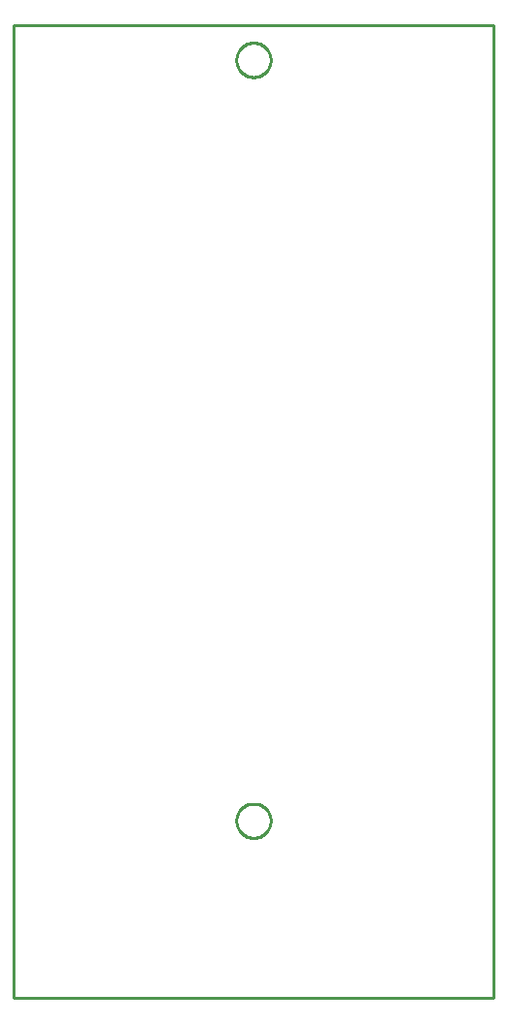
<source format=gbr>
G04 EAGLE Gerber RS-274X export*
G75*
%MOMM*%
%FSLAX34Y34*%
%LPD*%
%IN*%
%IPPOS*%
%AMOC8*
5,1,8,0,0,1.08239X$1,22.5*%
G01*
G04 Define Apertures*
%ADD10C,0.254000*%
D10*
X0Y0D02*
X420000Y0D01*
X420000Y850000D01*
X0Y850000D01*
X0Y0D01*
X225000Y819464D02*
X225000Y820536D01*
X224924Y821604D01*
X224771Y822665D01*
X224543Y823712D01*
X224241Y824740D01*
X223867Y825744D01*
X223422Y826719D01*
X222908Y827659D01*
X222329Y828560D01*
X221687Y829418D01*
X220985Y830228D01*
X220228Y830985D01*
X219418Y831687D01*
X218560Y832329D01*
X217659Y832908D01*
X216719Y833422D01*
X215744Y833867D01*
X214740Y834241D01*
X213712Y834543D01*
X212665Y834771D01*
X211604Y834924D01*
X210536Y835000D01*
X209464Y835000D01*
X208396Y834924D01*
X207335Y834771D01*
X206288Y834543D01*
X205260Y834241D01*
X204256Y833867D01*
X203281Y833422D01*
X202341Y832908D01*
X201440Y832329D01*
X200582Y831687D01*
X199772Y830985D01*
X199015Y830228D01*
X198313Y829418D01*
X197671Y828560D01*
X197092Y827659D01*
X196578Y826719D01*
X196133Y825744D01*
X195759Y824740D01*
X195457Y823712D01*
X195229Y822665D01*
X195076Y821604D01*
X195000Y820536D01*
X195000Y819464D01*
X195076Y818396D01*
X195229Y817335D01*
X195457Y816288D01*
X195759Y815260D01*
X196133Y814256D01*
X196578Y813281D01*
X197092Y812341D01*
X197671Y811440D01*
X198313Y810582D01*
X199015Y809772D01*
X199772Y809015D01*
X200582Y808313D01*
X201440Y807671D01*
X202341Y807092D01*
X203281Y806578D01*
X204256Y806133D01*
X205260Y805759D01*
X206288Y805457D01*
X207335Y805229D01*
X208396Y805076D01*
X209464Y805000D01*
X210536Y805000D01*
X211604Y805076D01*
X212665Y805229D01*
X213712Y805457D01*
X214740Y805759D01*
X215744Y806133D01*
X216719Y806578D01*
X217659Y807092D01*
X218560Y807671D01*
X219418Y808313D01*
X220228Y809015D01*
X220985Y809772D01*
X221687Y810582D01*
X222329Y811440D01*
X222908Y812341D01*
X223422Y813281D01*
X223867Y814256D01*
X224241Y815260D01*
X224543Y816288D01*
X224771Y817335D01*
X224924Y818396D01*
X225000Y819464D01*
X225000Y154464D02*
X225000Y155536D01*
X224924Y156604D01*
X224771Y157665D01*
X224543Y158712D01*
X224241Y159740D01*
X223867Y160744D01*
X223422Y161719D01*
X222908Y162659D01*
X222329Y163560D01*
X221687Y164418D01*
X220985Y165228D01*
X220228Y165985D01*
X219418Y166687D01*
X218560Y167329D01*
X217659Y167908D01*
X216719Y168422D01*
X215744Y168867D01*
X214740Y169241D01*
X213712Y169543D01*
X212665Y169771D01*
X211604Y169924D01*
X210536Y170000D01*
X209464Y170000D01*
X208396Y169924D01*
X207335Y169771D01*
X206288Y169543D01*
X205260Y169241D01*
X204256Y168867D01*
X203281Y168422D01*
X202341Y167908D01*
X201440Y167329D01*
X200582Y166687D01*
X199772Y165985D01*
X199015Y165228D01*
X198313Y164418D01*
X197671Y163560D01*
X197092Y162659D01*
X196578Y161719D01*
X196133Y160744D01*
X195759Y159740D01*
X195457Y158712D01*
X195229Y157665D01*
X195076Y156604D01*
X195000Y155536D01*
X195000Y154464D01*
X195076Y153396D01*
X195229Y152335D01*
X195457Y151288D01*
X195759Y150260D01*
X196133Y149256D01*
X196578Y148281D01*
X197092Y147341D01*
X197671Y146440D01*
X198313Y145582D01*
X199015Y144772D01*
X199772Y144015D01*
X200582Y143313D01*
X201440Y142671D01*
X202341Y142092D01*
X203281Y141578D01*
X204256Y141133D01*
X205260Y140759D01*
X206288Y140457D01*
X207335Y140229D01*
X208396Y140076D01*
X209464Y140000D01*
X210536Y140000D01*
X211604Y140076D01*
X212665Y140229D01*
X213712Y140457D01*
X214740Y140759D01*
X215744Y141133D01*
X216719Y141578D01*
X217659Y142092D01*
X218560Y142671D01*
X219418Y143313D01*
X220228Y144015D01*
X220985Y144772D01*
X221687Y145582D01*
X222329Y146440D01*
X222908Y147341D01*
X223422Y148281D01*
X223867Y149256D01*
X224241Y150260D01*
X224543Y151288D01*
X224771Y152335D01*
X224924Y153396D01*
X225000Y154464D01*
M02*

</source>
